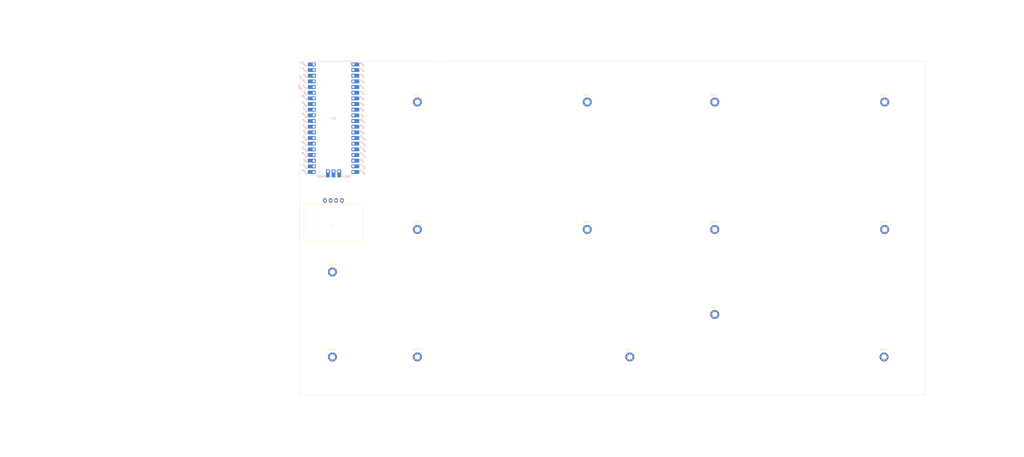
<source format=kicad_pcb>
(kicad_pcb (version 20211014) (generator pcbnew)
  (layers (0 "F.Cu" signal) (31 "B.Cu" signal) (34 "B.Paste" user) (35 "F.Paste" user) (36 "B.SilkS" user "B.Silkscreen") (37 "F.SilkS" user "F.Silkscreen") (38 "B.Mask" user) (39 "F.Mask" user) (44 "Edge.Cuts" user))
  (net 0 "")
  (net 1 "Row0")
  (net 2 "Row1")
  (net 3 "Row2")
  (net 4 "Row3")
  (net 5 "Row4")
  (net 6 "Row5")
  (net 7 "Row6")
  (net 8 "Row7")
  (net 9 "GND")
  (net 10 "3V3")
  (net 11 "SCL")
  (net 12 "SDA")
  (net 13 "Col0")
  (net 14 "Col1")
  (net 15 "Col2")
  (net 16 "Col3")
  (net 17 "Col4")
  (net 18 "Col5")
  (net 19 "Col6")
  (net 20 "Col7")
  (net 21 "Col8")
  (net 22 "Col9")
  (net 23 "Col10")
  (net 24 "Col11")
  (net 37 "Col12")
  (footprint "acheron_MX_PlateSlots:MX100" (layer "F.Cu") (at 127.508 201.296))
  (footprint "acheron_MX_PlateSlots:MX100" (layer "F.Cu") (at 108.458 201.296))
  (footprint "acheron_MX_PlateSlots:MX100" (layer "F.Cu") (at 222.758 67.946))
  (footprint "acheron_MX_PlateSlots:MX100" (layer "F.Cu") (at 241.808 163.196))
  (footprint "acheron_MX_PlateSlots:MX100" (layer "F.Cu") (at 279.908 106.046))
  (footprint "foostan-parts:M2_HOLE_v3" (layer "F.Cu") (at 118.11 77.47))
  (footprint "acheron_MX_PlateSlots:MX100" (layer "F.Cu") (at 298.958 67.946))
  (footprint "foostan-parts:M2_HOLE_v3" (layer "F.Cu") (at 80.01 153.67))
  (footprint "acheron_MX_PlateSlots:MX100" (layer "F.Cu") (at 298.958 144.146))
  (footprint "acheron_MX_PlateSlots:MX100" (layer "F.Cu") (at 337.058 163.196))
  (footprint "acheron_MX_PlateSlots:MX100" (layer "F.Cu") (at 127.508 163.196))
  (footprint "foostan-parts:M2_HOLE_v3" (layer "F.Cu") (at 327.406 191.77))
  (footprint "acheron_MX_PlateSlots:MX100" (layer "F.Cu") (at 318.008 144.146))
  (footprint "acheron_MX_PlateSlots:MX100" (layer "F.Cu") (at 146.558 106.046))
  (footprint "acheron_MX_PlateSlots:MX100" (layer "F.Cu") (at 241.808 144.146))
  (footprint "foostan-parts:M2_HOLE_v3" (layer "F.Cu") (at 194.31 77.47))
  (footprint "acheron_MX_PlateSlots:MX100" (layer "F.Cu") (at 165.608 201.296))
  (footprint "acheron_MX_PlateSlots:MX100" (layer "F.Cu") (at 279.908 125.096))
  (footprint "acheron_MX_PlateSlots:MX100" (layer "F.Cu") (at 203.708 86.996))
  (footprint "acheron_MX_PlateSlots:MX100" (layer "F.Cu") (at 203.708 106.046))
  (footprint "acheron_MX_PlateSlots:MX100" (layer "F.Cu") (at 127.508 86.996))
  (footprint "acheron_MX_PlateSlots:MX100" (layer "F.Cu") (at 318.008 182.246))
  (footprint "acheron_MX_PlateSlots:MX100" (layer "F.Cu") (at 165.608 106.046))
  (footprint "acheron_MX_PlateSlots:MX100" (layer "F.Cu") (at 184.658 86.996))
  (footprint "acheron_MX_PlateSlots:MX100" (layer "F.Cu") (at 318.008 201.296))
  (footprint "foostan-parts:M2_HOLE_v3" (layer "F.Cu") (at 80.01 191.77))
  (footprint "Keebio-Parts:128x64OLED" (layer "F.Cu") (at 80.264 132.208))
  (footprint "acheron_MX_PlateSlots:MX100" (layer "F.Cu") (at 260.858 182.246))
  (footprint "acheron_MX_PlateSlots:MX100" (layer "F.Cu") (at 203.708 125.096))
  (footprint "acheron_MX_PlateSlots:MX100" (layer "F.Cu") (at 279.908 144.146))
  (footprint "acheron_MX_PlateSlots:MX100" (layer "F.Cu") (at 108.458 67.946))
  (footprint "acheron_MX_PlateSlots:MX100" (layer "F.Cu") (at 165.608 144.146))
  (footprint "acheron_MX_PlateSlots:MX100" (layer "F.Cu") (at 108.458 86.996))
  (footprint "acheron_MX_PlateSlots:MX100" (layer "F.Cu") (at 318.008 163.196))
  (footprint "acheron_MX_PlateSlots:MX100" (layer "F.Cu") (at 337.058 86.996))
  (footprint "acheron_MX_PlateSlots:MX100" (layer "F.Cu") (at 337.058 67.946))
  (footprint "acheron_MX_PlateSlots:MX100" (layer "F.Cu") (at 337.058 144.146))
  (footprint "acheron_MX_PlateSlots:MX100" (layer "F.Cu") (at 222.758 182.246))
  (footprint "acheron_MX_PlateSlots:MX100" (layer "F.Cu") (at 260.858 106.046))
  (footprint "foostan-parts:M2_HOLE_v3" (layer "F.Cu") (at 194.304374 134.592986))
  (footprint "acheron_MX_PlateSlots:MX100" (layer "F.Cu") (at 298.958 86.996))
  (footprint "acheron_MX_PlateSlots:MX100" (layer "F.Cu") (at 318.008 86.996))
  (footprint "foostan-parts:M2_HOLE_v3" (layer "F.Cu") (at 251.46 77.47))
  (footprint "acheron_MX_PlateSlots:MX100" (layer "F.Cu") (at 222.758 125.096))
  (footprint "acheron_MX_PlateSlots:MX100" (layer "F.Cu") (at 127.508 67.946))
  (footprint "acheron_MX_PlateSlots:MX100" (layer "F.Cu") (at 108.458 106.046))
  (footprint "acheron_MX_PlateSlots:MX100" (layer "F.Cu") (at 298.958 163.196))
  (footprint "acheron_MX_PlateSlots:MX100" (layer "F.Cu") (at 222.758 201.296))
  (footprint "foostan-parts:MXOnly-3U" (layer "F.Cu") (at 184.658 182.372))
  (footprint "acheron_MX_PlateSlots:MX100" (layer "F.Cu") (at 127.508 125.096))
  (footprint "foostan-parts:M2_HOLE_v3" (layer "F.Cu") (at 251.46 172.72))
  (footprint "acheron_MX_PlateSlots:MX100" (layer "F.Cu") (at 146.558 144.146))
  (footprint "acheron_MX_PlateSlots:MX200" (layer "F.Cu") (at 137.033 182.245))
  (footprint "acheron_MX_PlateSlots:MX100" (layer "F.Cu") (at 260.858 125.096))
  (footprint "acheron_MX_PlateSlots:MX100" (layer "F.Cu") (at 203.708 201.296))
  (footprint "acheron_MX_PlateSlots:MX100" (layer "F.Cu") (at 279.908 86.996))
  (footprint "acheron_MX_PlateSlots:MX100" (layer "F.Cu") (at 241.808 86.996))
  (footprint "acheron_MX_PlateSlots:MX100" (layer "F.Cu") (at 108.458 144.146))
  (footprint "acheron_MX_PlateSlots:MX100" (layer "F.Cu") (at 108.458 125.096))
  (footprint "acheron_MX_PlateSlots:MX100" (layer "F.Cu") (at 260.858 144.146))
  (footprint "foostan-parts:M2_HOLE_v3" (layer "F.Cu") (at 213.36 191.77))
  (footprint "acheron_MX_PlateSlots:MX100" (layer "F.Cu") (at 337.058 182.246))
  (footprint "acheron_MX_PlateSlots:MX100" (layer "F.Cu") (at 222.758 144.146))
  (footprint "acheron_MX_PlateSlots:MX100" (layer "F.Cu") (at 298.958 182.246))
  (footprint "acheron_MX_PlateSlots:MX100" (layer "F.Cu") (at 203.708 163.196))
  (footprint "acheron_MX_PlateSlots:MX100" (layer "F.Cu") (at 279.908 201.296))
  (footprint "acheron_MX_PlateSlots:MX100" (layer "F.Cu") (at 108.458 182.246))
  (footprint "acheron_MX_PlateSlots:MX100" (layer "F.Cu") (at 184.658 163.196))
  (footprint "foostan-parts:M2_HOLE_v3" (layer "F.Cu") (at 251.46 134.62))
  (footprint "acheron_MX_PlateSlots:MX100" (layer "F.Cu") (at 108.458 163.196))
  (footprint "acheron_MX_PlateSlots:MX100" (layer "F.Cu") (at 279.908 67.946))
  (footprint "acheron_MX_PlateSlots:MX100" (layer "F.Cu") (at 241.808 125.096))
  (footprint "acheron_MX_PlateSlots:MX100" (layer "F.Cu") (at 337.058 125.096))
  (footprint "acheron_MX_PlateSlots:MX200" (layer "F.Cu") (at 251.333 201.295))
  (footprint "acheron_MX_PlateSlots:MX100" (layer "F.Cu") (at 146.558 163.196))
  (footprint "acheron_MX_PlateSlots:MX100" (layer "F.Cu") (at 241.808 106.046))
  (footprint "foostan-parts:M2_HOLE_v3" (layer "F.Cu") (at 118.11 134.62))
  (footprint "acheron_MX_PlateSlots:MX100" (layer "F.Cu") (at 184.658 144.146))
  (footprint "acheron_MX_PlateSlots:MX100" (layer "F.Cu") (at 146.558 67.946))
  (footprint "acheron_MX_PlateSlots:MX200" (layer "F.Cu") (at 308.483 125.095))
  (footprint "acheron_MX_PlateSlots:MX100" (layer "F.Cu") (at 165.608 67.946))
  (footprint "acheron_MX_PlateSlots:MX100" (layer "F.Cu") (at 222.758 106.046))
  (footprint "acheron_MX_PlateSlots:MX100" (layer "F.Cu") (at 337.058 106.046))
  (footprint "acheron_MX_PlateSlots:MX100" (layer "F.Cu") (at 184.658 182.245))
  (footprint "acheron_MX_PlateSlots:MX100" (layer "F.Cu") (at 241.808 67.946))
  (footprint "acheron_MX_PlateSlots:MX100" (layer "F.Cu") (at 184.658 67.946))
  (footprint "acheron_MX_PlateSlots:MX100" (layer "F.Cu") (at 146.558 201.296))
  (footprint "acheron_MX_PlateSlots:MX100" (layer "F.Cu") (at 337.058 201.296))
  (footprint "acheron_MX_PlateSlots:MX100" (layer "F.Cu") (at 318.008 67.946))
  (footprint "acheron_MX_PlateSlots:MX100" (layer "F.Cu") (at 222.758 163.196))
  (footprint "acheron_MX_PlateSlots:MX100" (layer "F.Cu") (at 279.908 163.196))
  (footprint "acheron_MX_PlateSlots:MX100" (layer "F.Cu") (at 298.958 106.046))
  (footprint "acheron_MX_PlateSlots:MX100" (layer "F.Cu") (at 184.658 125.096))
  (footprint "acheron_MX_PlateSlots:MX100" (layer "F.Cu") (at 146.558 125.096))
  (footprint "foostan-parts:M2_HOLE_v3" (layer "F.Cu") (at 118.11 191.77))
  (footprint "acheron_MX_PlateSlots:MX100" (layer "F.Cu") (at 184.658 201.296))
  (footprint "acheron_MX_PlateSlots:MX100" (layer "F.Cu") (at 165.608 163.196))
  (footprint "foostan-parts:M2_HOLE_v3" (layer "F.Cu") (at 327.66 134.62))
  (footprint "acheron_MX_PlateSlots:MX100" (layer "F.Cu") (at 127.508 106.046))
  (footprint "acheron_MX_PlateSlots:MX100" (layer "F.Cu") (at 279.908 182.246))
  (footprint "acheron_MX_PlateSlots:MX100" (layer "F.Cu") (at 165.608 125.096))
  (footprint "acheron_MX_PlateSlots:MX100" (layer "F.Cu") (at 203.708 67.946))
  (footprint "acheron_MX_PlateSlots:MX100" (layer "F.Cu") (at 260.858 86.996))
  (footprint "acheron_MX_PlateSlots:MX100" (layer "F.Cu") (at 222.758 86.996))
  (footprint "acheron_MX_PlateSlots:MX100" (layer "F.Cu") (at 184.658 106.046))
  (footprint "acheron_MX_PlateSlots:MX100" (layer "F.Cu") (at 298.958 201.296))
  (footprint "acheron_MX_PlateSlots:MX100" (layer "F.Cu") (at 241.808 182.246))
  (footprint "acheron_MX_PlateSlots:MX100" (layer "F.Cu") (at 127.508 144.146))
  (footprint "acheron_MX_PlateSlots:MX100" (layer "F.Cu") (at 203.708 144.146))
  (footprint "acheron_MX_PlateSlots:MX100" (layer "F.Cu") (at 146.558 86.996))
  (footprint "foostan-parts:M2_HOLE_v3" (layer "F.Cu") (at 327.66 77.47))
  (footprint "acheron_MX_PlateSlots:MX100" (layer "F.Cu") (at 260.858 67.946))
  (footprint "acheron_MX_PlateSlots:MX100" (layer "F.Cu") (at 318.008 106.046))
  (footprint "acheron_MX_PlateSlots:MX100" (layer "F.Cu") (at 165.608 86.996))
  (footprint "acheron_MX_PlateSlots:MX100" (layer "F.Cu") (at 260.858 163.196))
  (footprint "MCU_RaspberryPi_and_Boards:RPi_Pico_SMD_TH" (layer "B.Cu") (at 80.518 84.71 180))
  (footprint "LOGO" (layer "B.Cu") (at -58.001952 142.911652 180))
  (gr_line (start 270.51 209.042) (end 202.692 209.042) (layer "Edge.Cuts") (width 0.1))
  (gr_line (start 345.44 209.042) (end 330.454 209.042) (layer "Edge.Cuts") (width 0.1))
  (gr_line (start 65.278 181.356) (end 65.278 208.026) (layer "Edge.Cuts") (width 0.1))
  (gr_line (start 82.55 209.042) (end 66.04 209.042) (layer "Edge.Cuts") (width 0.1))
  (gr_line (start 65.278 114.046) (end 65.278 151.892) (layer "Edge.Cuts") (width 0.1))
  (gr_line (start 330.454 209.042) (end 289.306 209.042) (layer "Edge.Cuts") (width 0.1))
  (gr_line (start 345.948 59.69) (end 345.948 208.534) (layer "Edge.Cuts") (width 0.1))
  (gr_line (start 65.786 59.182) (end 65.278 59.69) (layer "Edge.Cuts") (width 0.1))
  (gr_line (start 66.04 209.042) (end 65.786 209.042) (layer "Edge.Cuts") (width 0.1))
  (gr_line (start 138.176 209.042) (end 82.55 209.042) (layer "Edge.Cuts") (width 0.1))
  (gr_line (start 128.27 59.182) (end 345.44 59.182) (layer "Edge.Cuts") (width 0.1))
  (gr_line (start 65.278 208.534) (end 65.278 208.026) (layer "Edge.Cuts") (width 0.1))
  (gr_line (start 65.278 59.69) (end 65.278 73.406) (layer "Edge.Cuts") (width 0.1))
  (gr_line (start 345.44 59.182) (end 345.948 59.69) (layer "Edge.Cuts") (width 0.1))
  (gr_line (start 65.278 95.504) (end 65.278 114.046) (layer "Edge.Cuts") (width 0.1))
  (gr_line (start 65.786 59.182) (end 128.27 59.182) (layer "Edge.Cuts") (width 0.1))
  (gr_line (start 202.692 209.042) (end 193.548 209.042) (layer "Edge.Cuts") (width 0.1))
  (gr_line (start 345.948 208.534) (end 345.44 209.042) (layer "Edge.Cuts") (width 0.1))
  (gr_line (start 289.306 209.042) (end 270.51 209.042) (layer "Edge.Cuts") (width 0.1))
  (gr_line (start 65.278 73.406) (end 65.278 95.504) (layer "Edge.Cuts") (width 0.1))
  (gr_line (start 65.278 151.892) (end 65.278 181.356) (layer "Edge.Cuts") (width 0.1))
  (gr_line (start 193.548 209.042) (end 138.176 209.042) (layer "Edge.Cuts") (width 0.1))
  (gr_line (start 65.786 209.042) (end 65.278 208.534) (layer "Edge.Cuts") (width 0.1))
)
</source>
